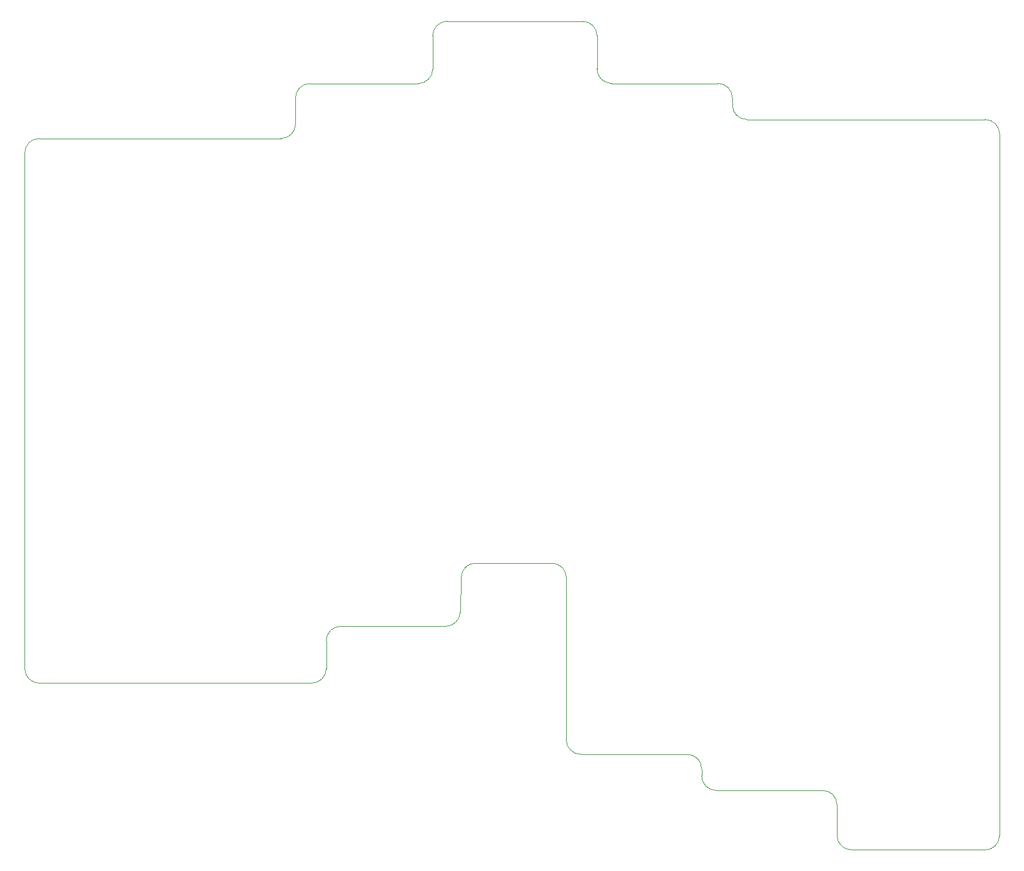
<source format=gbr>
%TF.GenerationSoftware,KiCad,Pcbnew,8.0.5*%
%TF.CreationDate,2024-10-08T15:48:39-07:00*%
%TF.ProjectId,qimera_pcb,71696d65-7261-45f7-9063-622e6b696361,v1.0.0*%
%TF.SameCoordinates,Original*%
%TF.FileFunction,Profile,NP*%
%FSLAX46Y46*%
G04 Gerber Fmt 4.6, Leading zero omitted, Abs format (unit mm)*
G04 Created by KiCad (PCBNEW 8.0.5) date 2024-10-08 15:48:39*
%MOMM*%
%LPD*%
G01*
G04 APERTURE LIST*
%TA.AperFunction,Profile*%
%ADD10C,0.100000*%
%TD*%
G04 APERTURE END LIST*
D10*
X177944489Y-157942880D02*
G75*
G02*
X179943673Y-155999973I1999211J-57120D01*
G01*
X119500000Y-97132250D02*
X153000000Y-97132250D01*
X159250000Y-166750000D02*
G75*
G02*
X161250000Y-164750000I2000000J0D01*
G01*
X159250000Y-170632250D02*
G75*
G02*
X157250000Y-172632300I-2000000J-50D01*
G01*
X117500000Y-170632250D02*
X117500000Y-99132250D01*
X217500000Y-94500000D02*
X232250000Y-94500000D01*
X250500000Y-94500000D02*
G75*
G02*
X252500000Y-96500000I0J-2000000D01*
G01*
X209250000Y-182500000D02*
X194500000Y-182500000D01*
X198750000Y-89500000D02*
X213500000Y-89500000D01*
X119500000Y-172632250D02*
G75*
G02*
X117500050Y-170632250I0J1999950D01*
G01*
X228000000Y-187500000D02*
G75*
G02*
X230000000Y-189500000I0J-2000000D01*
G01*
X252500000Y-96500000D02*
X252500000Y-193750000D01*
X174000000Y-87514500D02*
X174000000Y-82882250D01*
X213250000Y-187500000D02*
G75*
G02*
X211250000Y-185500000I0J2000000D01*
G01*
X232000000Y-195750000D02*
G75*
G02*
X230000000Y-193750000I0J2000000D01*
G01*
X230000000Y-193750000D02*
X230000000Y-189500000D01*
X174000000Y-87514500D02*
G75*
G02*
X172000000Y-89514500I-2000000J0D01*
G01*
X194500000Y-182500000D02*
G75*
G02*
X192500000Y-180500000I0J2000000D01*
G01*
X211250000Y-185500000D02*
X211250000Y-184500000D01*
X209250000Y-182500000D02*
G75*
G02*
X211250000Y-184500000I0J-2000000D01*
G01*
X117500000Y-99132250D02*
G75*
G02*
X119500000Y-97132300I1999900J50D01*
G01*
X177805511Y-162807119D02*
G75*
G02*
X175806327Y-164750027I-1999211J57119D01*
G01*
X190500000Y-156000000D02*
X179943673Y-156000000D01*
X190500000Y-156000000D02*
G75*
G02*
X192500000Y-158000000I0J-2000000D01*
G01*
X155000000Y-91514500D02*
G75*
G02*
X157000000Y-89514500I2000000J0D01*
G01*
X176000000Y-80882250D02*
X194750000Y-80882250D01*
X159250000Y-166750000D02*
X159250000Y-170632250D01*
X155000000Y-95132250D02*
X155000000Y-91514500D01*
X175806327Y-164750000D02*
X161250000Y-164750000D01*
X194750000Y-80882250D02*
G75*
G02*
X196749950Y-82882250I0J-1999950D01*
G01*
X198750000Y-89500000D02*
G75*
G02*
X196750000Y-87500000I0J2000000D01*
G01*
X252500000Y-193750000D02*
G75*
G02*
X250500000Y-195750000I-2000000J0D01*
G01*
X213500000Y-89500000D02*
G75*
G02*
X215500000Y-91500000I0J-2000000D01*
G01*
X174000000Y-82882250D02*
G75*
G02*
X176000000Y-80882200I2000000J50D01*
G01*
X217500000Y-94500000D02*
G75*
G02*
X215500000Y-92500000I0J2000000D01*
G01*
X250500000Y-195750000D02*
X232000000Y-195750000D01*
X177944489Y-157942880D02*
X177805511Y-162807119D01*
X157250000Y-172632250D02*
X119500000Y-172632250D01*
X196750000Y-82882250D02*
X196750000Y-87500000D01*
X232250000Y-94500000D02*
X250500000Y-94500000D01*
X228000000Y-187500000D02*
X213250000Y-187500000D01*
X215500000Y-91500000D02*
X215500000Y-92500000D01*
X155000000Y-95132250D02*
G75*
G02*
X153000000Y-97132200I-1999900J-50D01*
G01*
X192500000Y-180500000D02*
X192500000Y-158000000D01*
X157000000Y-89514500D02*
X172000000Y-89514500D01*
M02*

</source>
